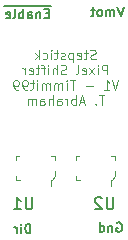
<source format=gbr>
%TF.GenerationSoftware,KiCad,Pcbnew,(6.0.0)*%
%TF.CreationDate,2022-12-15T21:07:09-05:00*%
%TF.ProjectId,Stepstick_Pixel,53746570-7374-4696-936b-5f506978656c,rev?*%
%TF.SameCoordinates,Original*%
%TF.FileFunction,Legend,Bot*%
%TF.FilePolarity,Positive*%
%FSLAX46Y46*%
G04 Gerber Fmt 4.6, Leading zero omitted, Abs format (unit mm)*
G04 Created by KiCad (PCBNEW (6.0.0)) date 2022-12-15 21:07:09*
%MOMM*%
%LPD*%
G01*
G04 APERTURE LIST*
%ADD10C,0.120000*%
%ADD11C,0.150000*%
%ADD12C,0.100000*%
G04 APERTURE END LIST*
D10*
X135921428Y-74591809D02*
X135807142Y-74629904D01*
X135616666Y-74629904D01*
X135540476Y-74591809D01*
X135502380Y-74553714D01*
X135464285Y-74477523D01*
X135464285Y-74401333D01*
X135502380Y-74325142D01*
X135540476Y-74287047D01*
X135616666Y-74248952D01*
X135769047Y-74210857D01*
X135845238Y-74172761D01*
X135883333Y-74134666D01*
X135921428Y-74058476D01*
X135921428Y-73982285D01*
X135883333Y-73906095D01*
X135845238Y-73868000D01*
X135769047Y-73829904D01*
X135578571Y-73829904D01*
X135464285Y-73868000D01*
X135235714Y-74096571D02*
X134930952Y-74096571D01*
X135121428Y-73829904D02*
X135121428Y-74515619D01*
X135083333Y-74591809D01*
X135007142Y-74629904D01*
X134930952Y-74629904D01*
X134359523Y-74591809D02*
X134435714Y-74629904D01*
X134588095Y-74629904D01*
X134664285Y-74591809D01*
X134702380Y-74515619D01*
X134702380Y-74210857D01*
X134664285Y-74134666D01*
X134588095Y-74096571D01*
X134435714Y-74096571D01*
X134359523Y-74134666D01*
X134321428Y-74210857D01*
X134321428Y-74287047D01*
X134702380Y-74363238D01*
X133978571Y-74096571D02*
X133978571Y-74896571D01*
X133978571Y-74134666D02*
X133902380Y-74096571D01*
X133750000Y-74096571D01*
X133673809Y-74134666D01*
X133635714Y-74172761D01*
X133597619Y-74248952D01*
X133597619Y-74477523D01*
X133635714Y-74553714D01*
X133673809Y-74591809D01*
X133750000Y-74629904D01*
X133902380Y-74629904D01*
X133978571Y-74591809D01*
X133292857Y-74591809D02*
X133216666Y-74629904D01*
X133064285Y-74629904D01*
X132988095Y-74591809D01*
X132950000Y-74515619D01*
X132950000Y-74477523D01*
X132988095Y-74401333D01*
X133064285Y-74363238D01*
X133178571Y-74363238D01*
X133254761Y-74325142D01*
X133292857Y-74248952D01*
X133292857Y-74210857D01*
X133254761Y-74134666D01*
X133178571Y-74096571D01*
X133064285Y-74096571D01*
X132988095Y-74134666D01*
X132721428Y-74096571D02*
X132416666Y-74096571D01*
X132607142Y-73829904D02*
X132607142Y-74515619D01*
X132569047Y-74591809D01*
X132492857Y-74629904D01*
X132416666Y-74629904D01*
X132150000Y-74629904D02*
X132150000Y-74096571D01*
X132150000Y-73829904D02*
X132188095Y-73868000D01*
X132150000Y-73906095D01*
X132111904Y-73868000D01*
X132150000Y-73829904D01*
X132150000Y-73906095D01*
X131426190Y-74591809D02*
X131502380Y-74629904D01*
X131654761Y-74629904D01*
X131730952Y-74591809D01*
X131769047Y-74553714D01*
X131807142Y-74477523D01*
X131807142Y-74248952D01*
X131769047Y-74172761D01*
X131730952Y-74134666D01*
X131654761Y-74096571D01*
X131502380Y-74096571D01*
X131426190Y-74134666D01*
X131083333Y-74629904D02*
X131083333Y-73829904D01*
X131007142Y-74325142D02*
X130778571Y-74629904D01*
X130778571Y-74096571D02*
X131083333Y-74401333D01*
X136911904Y-75917904D02*
X136911904Y-75117904D01*
X136607142Y-75117904D01*
X136530952Y-75156000D01*
X136492857Y-75194095D01*
X136454761Y-75270285D01*
X136454761Y-75384571D01*
X136492857Y-75460761D01*
X136530952Y-75498857D01*
X136607142Y-75536952D01*
X136911904Y-75536952D01*
X136111904Y-75917904D02*
X136111904Y-75384571D01*
X136111904Y-75117904D02*
X136150000Y-75156000D01*
X136111904Y-75194095D01*
X136073809Y-75156000D01*
X136111904Y-75117904D01*
X136111904Y-75194095D01*
X135807142Y-75917904D02*
X135388095Y-75384571D01*
X135807142Y-75384571D02*
X135388095Y-75917904D01*
X134778571Y-75879809D02*
X134854761Y-75917904D01*
X135007142Y-75917904D01*
X135083333Y-75879809D01*
X135121428Y-75803619D01*
X135121428Y-75498857D01*
X135083333Y-75422666D01*
X135007142Y-75384571D01*
X134854761Y-75384571D01*
X134778571Y-75422666D01*
X134740476Y-75498857D01*
X134740476Y-75575047D01*
X135121428Y-75651238D01*
X134283333Y-75917904D02*
X134359523Y-75879809D01*
X134397619Y-75803619D01*
X134397619Y-75117904D01*
X133407142Y-75879809D02*
X133292857Y-75917904D01*
X133102380Y-75917904D01*
X133026190Y-75879809D01*
X132988095Y-75841714D01*
X132950000Y-75765523D01*
X132950000Y-75689333D01*
X132988095Y-75613142D01*
X133026190Y-75575047D01*
X133102380Y-75536952D01*
X133254761Y-75498857D01*
X133330952Y-75460761D01*
X133369047Y-75422666D01*
X133407142Y-75346476D01*
X133407142Y-75270285D01*
X133369047Y-75194095D01*
X133330952Y-75156000D01*
X133254761Y-75117904D01*
X133064285Y-75117904D01*
X132950000Y-75156000D01*
X132607142Y-75917904D02*
X132607142Y-75117904D01*
X132264285Y-75917904D02*
X132264285Y-75498857D01*
X132302380Y-75422666D01*
X132378571Y-75384571D01*
X132492857Y-75384571D01*
X132569047Y-75422666D01*
X132607142Y-75460761D01*
X131883333Y-75917904D02*
X131883333Y-75384571D01*
X131883333Y-75117904D02*
X131921428Y-75156000D01*
X131883333Y-75194095D01*
X131845238Y-75156000D01*
X131883333Y-75117904D01*
X131883333Y-75194095D01*
X131616666Y-75384571D02*
X131311904Y-75384571D01*
X131502380Y-75917904D02*
X131502380Y-75232190D01*
X131464285Y-75156000D01*
X131388095Y-75117904D01*
X131311904Y-75117904D01*
X131159523Y-75384571D02*
X130854761Y-75384571D01*
X131045238Y-75117904D02*
X131045238Y-75803619D01*
X131007142Y-75879809D01*
X130930952Y-75917904D01*
X130854761Y-75917904D01*
X130283333Y-75879809D02*
X130359523Y-75917904D01*
X130511904Y-75917904D01*
X130588095Y-75879809D01*
X130626190Y-75803619D01*
X130626190Y-75498857D01*
X130588095Y-75422666D01*
X130511904Y-75384571D01*
X130359523Y-75384571D01*
X130283333Y-75422666D01*
X130245238Y-75498857D01*
X130245238Y-75575047D01*
X130626190Y-75651238D01*
X129902380Y-75917904D02*
X129902380Y-75384571D01*
X129902380Y-75536952D02*
X129864285Y-75460761D01*
X129826190Y-75422666D01*
X129750000Y-75384571D01*
X129673809Y-75384571D01*
X137845238Y-76405904D02*
X137578571Y-77205904D01*
X137311904Y-76405904D01*
X136626190Y-77205904D02*
X137083333Y-77205904D01*
X136854761Y-77205904D02*
X136854761Y-76405904D01*
X136930952Y-76520190D01*
X137007142Y-76596380D01*
X137083333Y-76634476D01*
X135673809Y-76901142D02*
X135064285Y-76901142D01*
X134188095Y-76405904D02*
X133730952Y-76405904D01*
X133959523Y-77205904D02*
X133959523Y-76405904D01*
X133464285Y-77205904D02*
X133464285Y-76672571D01*
X133464285Y-76405904D02*
X133502380Y-76444000D01*
X133464285Y-76482095D01*
X133426190Y-76444000D01*
X133464285Y-76405904D01*
X133464285Y-76482095D01*
X133083333Y-77205904D02*
X133083333Y-76672571D01*
X133083333Y-76748761D02*
X133045238Y-76710666D01*
X132969047Y-76672571D01*
X132854761Y-76672571D01*
X132778571Y-76710666D01*
X132740476Y-76786857D01*
X132740476Y-77205904D01*
X132740476Y-76786857D02*
X132702380Y-76710666D01*
X132626190Y-76672571D01*
X132511904Y-76672571D01*
X132435714Y-76710666D01*
X132397619Y-76786857D01*
X132397619Y-77205904D01*
X132016666Y-77205904D02*
X132016666Y-76672571D01*
X132016666Y-76748761D02*
X131978571Y-76710666D01*
X131902380Y-76672571D01*
X131788095Y-76672571D01*
X131711904Y-76710666D01*
X131673809Y-76786857D01*
X131673809Y-77205904D01*
X131673809Y-76786857D02*
X131635714Y-76710666D01*
X131559523Y-76672571D01*
X131445238Y-76672571D01*
X131369047Y-76710666D01*
X131330952Y-76786857D01*
X131330952Y-77205904D01*
X130950000Y-77205904D02*
X130950000Y-76672571D01*
X130950000Y-76405904D02*
X130988095Y-76444000D01*
X130950000Y-76482095D01*
X130911904Y-76444000D01*
X130950000Y-76405904D01*
X130950000Y-76482095D01*
X130683333Y-76672571D02*
X130378571Y-76672571D01*
X130569047Y-76405904D02*
X130569047Y-77091619D01*
X130530952Y-77167809D01*
X130454761Y-77205904D01*
X130378571Y-77205904D01*
X130073809Y-77205904D02*
X129921428Y-77205904D01*
X129845238Y-77167809D01*
X129807142Y-77129714D01*
X129730952Y-77015428D01*
X129692857Y-76863047D01*
X129692857Y-76558285D01*
X129730952Y-76482095D01*
X129769047Y-76444000D01*
X129845238Y-76405904D01*
X129997619Y-76405904D01*
X130073809Y-76444000D01*
X130111904Y-76482095D01*
X130150000Y-76558285D01*
X130150000Y-76748761D01*
X130111904Y-76824952D01*
X130073809Y-76863047D01*
X129997619Y-76901142D01*
X129845238Y-76901142D01*
X129769047Y-76863047D01*
X129730952Y-76824952D01*
X129692857Y-76748761D01*
X129311904Y-77205904D02*
X129159523Y-77205904D01*
X129083333Y-77167809D01*
X129045238Y-77129714D01*
X128969047Y-77015428D01*
X128930952Y-76863047D01*
X128930952Y-76558285D01*
X128969047Y-76482095D01*
X129007142Y-76444000D01*
X129083333Y-76405904D01*
X129235714Y-76405904D01*
X129311904Y-76444000D01*
X129350000Y-76482095D01*
X129388095Y-76558285D01*
X129388095Y-76748761D01*
X129350000Y-76824952D01*
X129311904Y-76863047D01*
X129235714Y-76901142D01*
X129083333Y-76901142D01*
X129007142Y-76863047D01*
X128969047Y-76824952D01*
X128930952Y-76748761D01*
X136645238Y-77693904D02*
X136188095Y-77693904D01*
X136416666Y-78493904D02*
X136416666Y-77693904D01*
X135921428Y-78417714D02*
X135883333Y-78455809D01*
X135921428Y-78493904D01*
X135959523Y-78455809D01*
X135921428Y-78417714D01*
X135921428Y-78493904D01*
X134969047Y-78265333D02*
X134588095Y-78265333D01*
X135045238Y-78493904D02*
X134778571Y-77693904D01*
X134511904Y-78493904D01*
X134245238Y-78493904D02*
X134245238Y-77693904D01*
X134245238Y-77998666D02*
X134169047Y-77960571D01*
X134016666Y-77960571D01*
X133940476Y-77998666D01*
X133902380Y-78036761D01*
X133864285Y-78112952D01*
X133864285Y-78341523D01*
X133902380Y-78417714D01*
X133940476Y-78455809D01*
X134016666Y-78493904D01*
X134169047Y-78493904D01*
X134245238Y-78455809D01*
X133521428Y-78493904D02*
X133521428Y-77960571D01*
X133521428Y-78112952D02*
X133483333Y-78036761D01*
X133445238Y-77998666D01*
X133369047Y-77960571D01*
X133292857Y-77960571D01*
X132683333Y-78493904D02*
X132683333Y-78074857D01*
X132721428Y-77998666D01*
X132797619Y-77960571D01*
X132950000Y-77960571D01*
X133026190Y-77998666D01*
X132683333Y-78455809D02*
X132759523Y-78493904D01*
X132950000Y-78493904D01*
X133026190Y-78455809D01*
X133064285Y-78379619D01*
X133064285Y-78303428D01*
X133026190Y-78227238D01*
X132950000Y-78189142D01*
X132759523Y-78189142D01*
X132683333Y-78151047D01*
X132302380Y-78493904D02*
X132302380Y-77693904D01*
X131959523Y-78493904D02*
X131959523Y-78074857D01*
X131997619Y-77998666D01*
X132073809Y-77960571D01*
X132188095Y-77960571D01*
X132264285Y-77998666D01*
X132302380Y-78036761D01*
X131235714Y-78493904D02*
X131235714Y-78074857D01*
X131273809Y-77998666D01*
X131350000Y-77960571D01*
X131502380Y-77960571D01*
X131578571Y-77998666D01*
X131235714Y-78455809D02*
X131311904Y-78493904D01*
X131502380Y-78493904D01*
X131578571Y-78455809D01*
X131616666Y-78379619D01*
X131616666Y-78303428D01*
X131578571Y-78227238D01*
X131502380Y-78189142D01*
X131311904Y-78189142D01*
X131235714Y-78151047D01*
X130854761Y-78493904D02*
X130854761Y-77960571D01*
X130854761Y-78036761D02*
X130816666Y-77998666D01*
X130740476Y-77960571D01*
X130626190Y-77960571D01*
X130550000Y-77998666D01*
X130511904Y-78074857D01*
X130511904Y-78493904D01*
X130511904Y-78074857D02*
X130473809Y-77998666D01*
X130397619Y-77960571D01*
X130283333Y-77960571D01*
X130207142Y-77998666D01*
X130169047Y-78074857D01*
X130169047Y-78493904D01*
D11*
X132150000Y-70146000D02*
X131426190Y-70146000D01*
X131959523Y-70752857D02*
X131692857Y-70752857D01*
X131578571Y-71171904D02*
X131959523Y-71171904D01*
X131959523Y-70371904D01*
X131578571Y-70371904D01*
X131426190Y-70146000D02*
X130702380Y-70146000D01*
X131235714Y-70638571D02*
X131235714Y-71171904D01*
X131235714Y-70714761D02*
X131197619Y-70676666D01*
X131121428Y-70638571D01*
X131007142Y-70638571D01*
X130930952Y-70676666D01*
X130892857Y-70752857D01*
X130892857Y-71171904D01*
X130702380Y-70146000D02*
X129978571Y-70146000D01*
X130169047Y-71171904D02*
X130169047Y-70752857D01*
X130207142Y-70676666D01*
X130283333Y-70638571D01*
X130435714Y-70638571D01*
X130511904Y-70676666D01*
X130169047Y-71133809D02*
X130245238Y-71171904D01*
X130435714Y-71171904D01*
X130511904Y-71133809D01*
X130550000Y-71057619D01*
X130550000Y-70981428D01*
X130511904Y-70905238D01*
X130435714Y-70867142D01*
X130245238Y-70867142D01*
X130169047Y-70829047D01*
X129978571Y-70146000D02*
X129254761Y-70146000D01*
X129788095Y-71171904D02*
X129788095Y-70371904D01*
X129788095Y-70676666D02*
X129711904Y-70638571D01*
X129559523Y-70638571D01*
X129483333Y-70676666D01*
X129445238Y-70714761D01*
X129407142Y-70790952D01*
X129407142Y-71019523D01*
X129445238Y-71095714D01*
X129483333Y-71133809D01*
X129559523Y-71171904D01*
X129711904Y-71171904D01*
X129788095Y-71133809D01*
X129254761Y-70146000D02*
X128835714Y-70146000D01*
X128950000Y-71171904D02*
X129026190Y-71133809D01*
X129064285Y-71057619D01*
X129064285Y-70371904D01*
X128835714Y-70146000D02*
X128150000Y-70146000D01*
X128340476Y-71133809D02*
X128416666Y-71171904D01*
X128569047Y-71171904D01*
X128645238Y-71133809D01*
X128683333Y-71057619D01*
X128683333Y-70752857D01*
X128645238Y-70676666D01*
X128569047Y-70638571D01*
X128416666Y-70638571D01*
X128340476Y-70676666D01*
X128302380Y-70752857D01*
X128302380Y-70829047D01*
X128683333Y-70905238D01*
X137712169Y-88486016D02*
X137788360Y-88447920D01*
X137902645Y-88447920D01*
X138016931Y-88486016D01*
X138093122Y-88562206D01*
X138131217Y-88638396D01*
X138169312Y-88790777D01*
X138169312Y-88905063D01*
X138131217Y-89057444D01*
X138093122Y-89133635D01*
X138016931Y-89209825D01*
X137902645Y-89247920D01*
X137826455Y-89247920D01*
X137712169Y-89209825D01*
X137674074Y-89171730D01*
X137674074Y-88905063D01*
X137826455Y-88905063D01*
X137331217Y-88714587D02*
X137331217Y-89247920D01*
X137331217Y-88790777D02*
X137293122Y-88752682D01*
X137216931Y-88714587D01*
X137102645Y-88714587D01*
X137026455Y-88752682D01*
X136988360Y-88828873D01*
X136988360Y-89247920D01*
X136264550Y-89247920D02*
X136264550Y-88447920D01*
X136264550Y-89209825D02*
X136340741Y-89247920D01*
X136493122Y-89247920D01*
X136569312Y-89209825D01*
X136607407Y-89171730D01*
X136645503Y-89095539D01*
X136645503Y-88866968D01*
X136607407Y-88790777D01*
X136569312Y-88752682D01*
X136493122Y-88714587D01*
X136340741Y-88714587D01*
X136264550Y-88752682D01*
X130397619Y-89371904D02*
X130397619Y-88571904D01*
X130207142Y-88571904D01*
X130092857Y-88610000D01*
X130016666Y-88686190D01*
X129978571Y-88762380D01*
X129940476Y-88914761D01*
X129940476Y-89029047D01*
X129978571Y-89181428D01*
X130016666Y-89257619D01*
X130092857Y-89333809D01*
X130207142Y-89371904D01*
X130397619Y-89371904D01*
X129597619Y-89371904D02*
X129597619Y-88838571D01*
X129597619Y-88571904D02*
X129635714Y-88610000D01*
X129597619Y-88648095D01*
X129559523Y-88610000D01*
X129597619Y-88571904D01*
X129597619Y-88648095D01*
X129216666Y-89371904D02*
X129216666Y-88838571D01*
X129216666Y-88990952D02*
X129178571Y-88914761D01*
X129140476Y-88876666D01*
X129064285Y-88838571D01*
X128988095Y-88838571D01*
X138296476Y-70173904D02*
X138029809Y-70973904D01*
X137763142Y-70173904D01*
X137496476Y-70973904D02*
X137496476Y-70440571D01*
X137496476Y-70516761D02*
X137458380Y-70478666D01*
X137382190Y-70440571D01*
X137267904Y-70440571D01*
X137191714Y-70478666D01*
X137153619Y-70554857D01*
X137153619Y-70973904D01*
X137153619Y-70554857D02*
X137115523Y-70478666D01*
X137039333Y-70440571D01*
X136925047Y-70440571D01*
X136848857Y-70478666D01*
X136810761Y-70554857D01*
X136810761Y-70973904D01*
X136315523Y-70973904D02*
X136391714Y-70935809D01*
X136429809Y-70897714D01*
X136467904Y-70821523D01*
X136467904Y-70592952D01*
X136429809Y-70516761D01*
X136391714Y-70478666D01*
X136315523Y-70440571D01*
X136201238Y-70440571D01*
X136125047Y-70478666D01*
X136086952Y-70516761D01*
X136048857Y-70592952D01*
X136048857Y-70821523D01*
X136086952Y-70897714D01*
X136125047Y-70935809D01*
X136201238Y-70973904D01*
X136315523Y-70973904D01*
X135820285Y-70440571D02*
X135515523Y-70440571D01*
X135706000Y-70173904D02*
X135706000Y-70859619D01*
X135667904Y-70935809D01*
X135591714Y-70973904D01*
X135515523Y-70973904D01*
%TO.C,U2*%
X137413904Y-86320380D02*
X137413904Y-87129904D01*
X137366285Y-87225142D01*
X137318666Y-87272761D01*
X137223428Y-87320380D01*
X137032952Y-87320380D01*
X136937714Y-87272761D01*
X136890095Y-87225142D01*
X136842476Y-87129904D01*
X136842476Y-86320380D01*
X136413904Y-86415619D02*
X136366285Y-86368000D01*
X136271047Y-86320380D01*
X136032952Y-86320380D01*
X135937714Y-86368000D01*
X135890095Y-86415619D01*
X135842476Y-86510857D01*
X135842476Y-86606095D01*
X135890095Y-86748952D01*
X136461523Y-87320380D01*
X135842476Y-87320380D01*
%TO.C,U1*%
X130555904Y-86320380D02*
X130555904Y-87129904D01*
X130508285Y-87225142D01*
X130460666Y-87272761D01*
X130365428Y-87320380D01*
X130174952Y-87320380D01*
X130079714Y-87272761D01*
X130032095Y-87225142D01*
X129984476Y-87129904D01*
X129984476Y-86320380D01*
X128984476Y-87320380D02*
X129555904Y-87320380D01*
X129270190Y-87320380D02*
X129270190Y-86320380D01*
X129365428Y-86463238D01*
X129460666Y-86558476D01*
X129555904Y-86606095D01*
D12*
%TO.C,U2*%
X137540000Y-82820000D02*
X137540000Y-83120000D01*
X134540000Y-82820000D02*
X134240000Y-82820000D01*
X137540000Y-84495000D02*
X137315000Y-84820000D01*
X137215000Y-84820000D02*
X137215000Y-85345000D01*
X137315000Y-84820000D02*
X137215000Y-84820000D01*
X137215000Y-82820000D02*
X137540000Y-82820000D01*
X134240000Y-82820000D02*
X134240000Y-83145000D01*
X137540000Y-84495000D02*
X137540000Y-84120000D01*
X134565000Y-84820000D02*
X134240000Y-84820000D01*
X134240000Y-84820000D02*
X134240000Y-84520000D01*
%TO.C,U1*%
X132460000Y-84495000D02*
X132460000Y-84120000D01*
X132135000Y-82820000D02*
X132460000Y-82820000D01*
X129160000Y-82820000D02*
X129160000Y-83145000D01*
X132460000Y-84495000D02*
X132235000Y-84820000D01*
X129460000Y-82820000D02*
X129160000Y-82820000D01*
X129160000Y-84820000D02*
X129160000Y-84520000D01*
X129485000Y-84820000D02*
X129160000Y-84820000D01*
X132235000Y-84820000D02*
X132135000Y-84820000D01*
X132135000Y-84820000D02*
X132135000Y-85345000D01*
X132460000Y-82820000D02*
X132460000Y-83120000D01*
%TD*%
M02*

</source>
